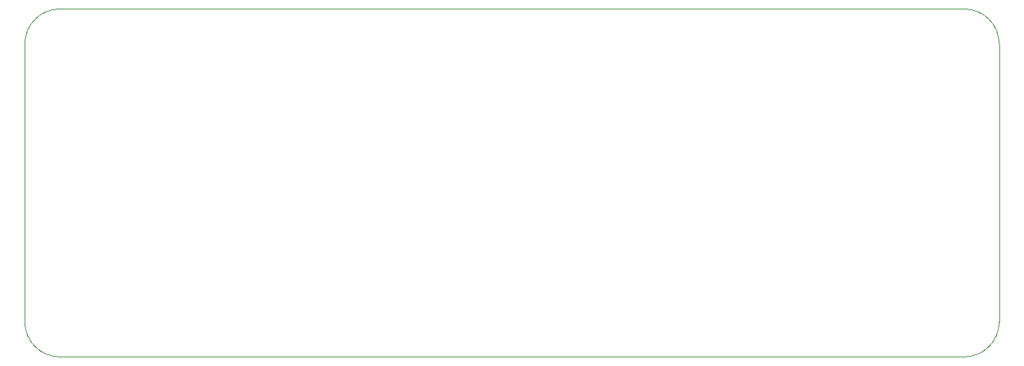
<source format=gko>
G04*
G04 #@! TF.GenerationSoftware,Altium Limited,Altium Designer,21.9.1 (22)*
G04*
G04 Layer_Color=16711935*
%FSLAX25Y25*%
%MOIN*%
G70*
G04*
G04 #@! TF.SameCoordinates,41BA0B49-DCAA-4547-B712-30F71D3BADEB*
G04*
G04*
G04 #@! TF.FilePolarity,Positive*
G04*
G01*
G75*
%ADD15C,0.00394*%
D15*
X-18268Y149961D02*
G03*
X-34409Y133819I0J-16142D01*
G01*
Y5472D02*
G03*
X-18268Y-10669I16142J0D01*
G01*
X398268D02*
G03*
X414409Y5472I0J16142D01*
G01*
Y133819D02*
G03*
X398268Y149961I-16142J0D01*
G01*
X-34409Y5472D02*
Y133819D01*
X-18268Y-10669D02*
X398268D01*
X414409Y5472D02*
Y133819D01*
X-18268Y149961D02*
X398268D01*
M02*

</source>
